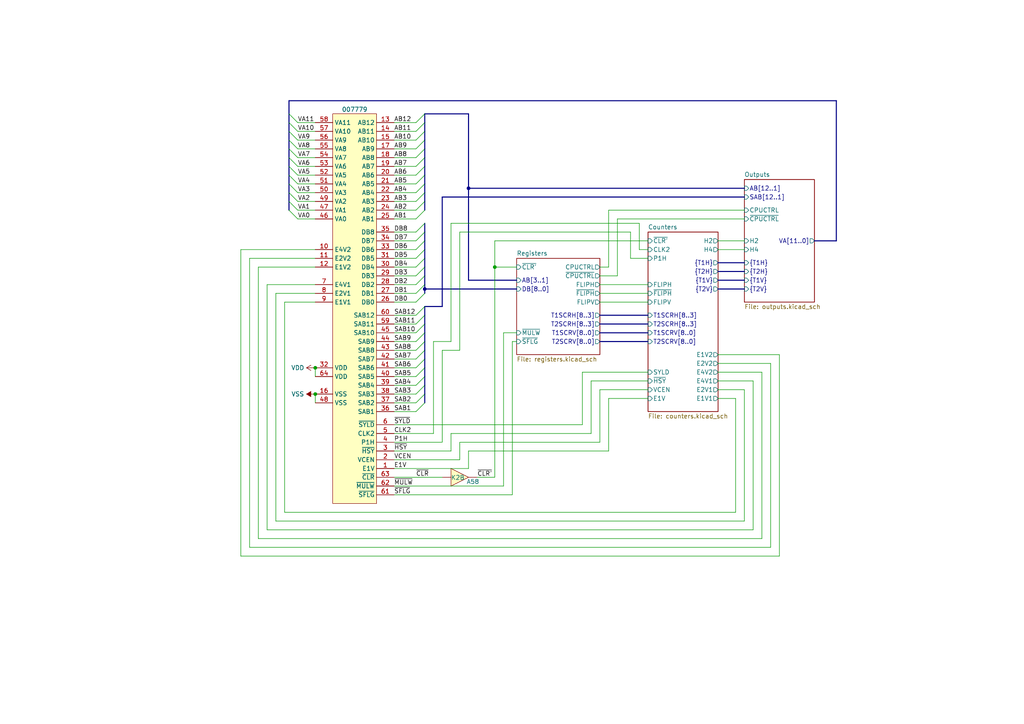
<source format=kicad_sch>
(kicad_sch (version 20231120) (generator "eeschema") (generator_version "8.0")
  (paper "A4")
  (title_block (title "Konami 007779") (date "2023-09-17") (company "Ulf Skutnabba, twitter: @skutis77"))
  (lib_symbols
    (symbol "ga_fujitsu_av:K2B"
      (property "Reference" "U" (at 0 3.81 0))
      (property "Value" "K2B" (at -0.5535 -0.0832 0))
      (symbol "K2B_1_1"
        (polyline (pts (xy -2.54 2.54) (xy -2.54 -2.54) (xy 2.54 0) (xy -2.54 2.54)) (fill (type background)))
        (pin input line (at -5.08 0 0) (length 2.54) (name "") (number ""))
        (pin output line (at 5.08 0 180) (length 2.54) (name "") (number ""))
      )
    )
    (symbol "ga_konami:007779_internal"
      (property "Reference" "U" (at 0 59.69 0))
      (property "Value" "007779" (at 0 57.15 0))
      (symbol "007779_internal_0_1"
        (rectangle (start -6.35 -57.15) (end 6.35 55.88) (fill (type background)))
      )
      (symbol "007779_internal_1_1"
        (pin output line (at 11.43 -46.99 180) (length 5.08) (name "E1V") (number "1"))
        (pin input line (at -11.43 16.51 0) (length 5.08) (name "E4V2") (number "10"))
        (pin input line (at -11.43 13.97 0) (length 5.08) (name "E2V2") (number "11"))
        (pin input line (at -11.43 11.43 0) (length 5.08) (name "E1V2") (number "12"))
        (pin output line (at 11.43 53.34 180) (length 5.08) (name "AB12") (number "13"))
        (pin output line (at 11.43 50.8 180) (length 5.08) (name "AB11") (number "14"))
        (pin output line (at 11.43 48.26 180) (length 5.08) (name "AB10") (number "15"))
        (pin power_out line (at -11.43 -25.4 0) (length 5.08) (name "VSS") (number "16"))
        (pin output line (at 11.43 45.72 180) (length 5.08) (name "AB9") (number "17"))
        (pin output line (at 11.43 43.18 180) (length 5.08) (name "AB8") (number "18"))
        (pin output line (at 11.43 40.64 180) (length 5.08) (name "AB7") (number "19"))
        (pin output line (at 11.43 -44.45 180) (length 5.08) (name "VCEN") (number "2"))
        (pin output line (at 11.43 38.1 180) (length 5.08) (name "AB6") (number "20"))
        (pin output line (at 11.43 35.56 180) (length 5.08) (name "AB5") (number "21"))
        (pin output line (at 11.43 33.02 180) (length 5.08) (name "AB4") (number "22"))
        (pin output line (at 11.43 30.48 180) (length 5.08) (name "AB3") (number "23"))
        (pin output line (at 11.43 27.94 180) (length 5.08) (name "AB2") (number "24"))
        (pin output line (at 11.43 25.4 180) (length 5.08) (name "AB1") (number "25"))
        (pin output line (at 11.43 1.27 180) (length 5.08) (name "DB0") (number "26"))
        (pin output line (at 11.43 3.81 180) (length 5.08) (name "DB1") (number "27"))
        (pin output line (at 11.43 6.35 180) (length 5.08) (name "DB2") (number "28"))
        (pin output line (at 11.43 8.89 180) (length 5.08) (name "DB3") (number "29"))
        (pin output line (at 11.43 -41.91 180) (length 5.08) (name "~{HSY}") (number "3"))
        (pin output line (at 11.43 11.43 180) (length 5.08) (name "DB4") (number "30"))
        (pin output line (at 11.43 13.97 180) (length 5.08) (name "DB5") (number "31"))
        (pin power_out line (at -11.43 -17.78 0) (length 5.08) (name "VDD") (number "32"))
        (pin output line (at 11.43 16.51 180) (length 5.08) (name "DB6") (number "33"))
        (pin output line (at 11.43 19.05 180) (length 5.08) (name "DB7") (number "34"))
        (pin output line (at 11.43 21.59 180) (length 5.08) (name "DB8") (number "35"))
        (pin output line (at 11.43 -30.48 180) (length 5.08) (name "SAB1") (number "36"))
        (pin output line (at 11.43 -27.94 180) (length 5.08) (name "SAB2") (number "37"))
        (pin output line (at 11.43 -25.4 180) (length 5.08) (name "SAB3") (number "38"))
        (pin output line (at 11.43 -22.86 180) (length 5.08) (name "SAB4") (number "39"))
        (pin output line (at 11.43 -39.37 180) (length 5.08) (name "P1H") (number "4"))
        (pin output line (at 11.43 -20.32 180) (length 5.08) (name "SAB5") (number "40"))
        (pin output line (at 11.43 -17.78 180) (length 5.08) (name "SAB6") (number "41"))
        (pin output line (at 11.43 -15.24 180) (length 5.08) (name "SAB7") (number "42"))
        (pin output line (at 11.43 -12.7 180) (length 5.08) (name "SAB8") (number "43"))
        (pin output line (at 11.43 -10.16 180) (length 5.08) (name "SAB9") (number "44"))
        (pin output line (at 11.43 -7.62 180) (length 5.08) (name "SAB10") (number "45"))
        (pin input line (at -11.43 25.4 0) (length 5.08) (name "VA0") (number "46"))
        (pin input line (at -11.43 27.94 0) (length 5.08) (name "VA1") (number "47"))
        (pin power_out line (at -11.43 -27.94 0) (length 5.08) (name "VSS") (number "48"))
        (pin input line (at -11.43 30.48 0) (length 5.08) (name "VA2") (number "49"))
        (pin output line (at 11.43 -36.83 180) (length 5.08) (name "CLK2") (number "5"))
        (pin input line (at -11.43 33.02 0) (length 5.08) (name "VA3") (number "50"))
        (pin input line (at -11.43 35.56 0) (length 5.08) (name "VA4") (number "51"))
        (pin input line (at -11.43 38.1 0) (length 5.08) (name "VA5") (number "52"))
        (pin input line (at -11.43 40.64 0) (length 5.08) (name "VA6") (number "53"))
        (pin input line (at -11.43 43.18 0) (length 5.08) (name "VA7") (number "54"))
        (pin input line (at -11.43 45.72 0) (length 5.08) (name "VA8") (number "55"))
        (pin input line (at -11.43 48.26 0) (length 5.08) (name "VA9") (number "56"))
        (pin input line (at -11.43 50.8 0) (length 5.08) (name "VA10") (number "57"))
        (pin input line (at -11.43 53.34 0) (length 5.08) (name "VA11") (number "58"))
        (pin output line (at 11.43 -5.08 180) (length 5.08) (name "SAB11") (number "59"))
        (pin output line (at 11.43 -34.29 180) (length 5.08) (name "~{SYLD}") (number "6"))
        (pin output line (at 11.43 -2.54 180) (length 5.08) (name "SAB12") (number "60"))
        (pin output line (at 11.43 -54.61 180) (length 5.08) (name "~{SFLG}") (number "61"))
        (pin output line (at 11.43 -52.07 180) (length 5.08) (name "~{MULW}") (number "62"))
        (pin output line (at 11.43 -49.53 180) (length 5.08) (name "~{CLR}") (number "63"))
        (pin power_out line (at -11.43 -20.32 0) (length 5.08) (name "VDD") (number "64"))
        (pin input line (at -11.43 6.35 0) (length 5.08) (name "E4V1") (number "7"))
        (pin input line (at -11.43 3.81 0) (length 5.08) (name "E2V1") (number "8"))
        (pin input line (at -11.43 1.27 0) (length 5.08) (name "E1V1") (number "9"))
      )
    )
    (symbol "power:VDD" (power) (pin_names (offset 0))
      (property "Value" "VDD" (at 0 3.81 0))
      (symbol "VDD_0_1"
        (polyline (pts (xy -0.762 1.27) (xy 0 2.54)))
        (polyline (pts (xy 0 0) (xy 0 2.54)))
        (polyline (pts (xy 0 2.54) (xy 0.762 1.27)))
      )
      (symbol "VDD_1_1"
        (pin power_in line (at 0 0 90) (length 0) hide (name "VDD") (number "1"))
      )
    )
    (symbol "power:VSS" (power) (pin_names (offset 0))
      (property "Value" "VSS" (at 0 3.81 0))
      (symbol "VSS_0_1"
        (polyline (pts (xy 0 0) (xy 0 2.54)))
        (polyline (pts (xy 0.762 1.27) (xy -0.762 1.27) (xy 0 2.54) (xy 0.762 1.27)) (fill (type outline)))
      )
      (symbol "VSS_1_1"
        (pin power_in line (at 0 0 90) (length 0) hide (name "VSS") (number "1"))
      )
    )
  )
  (junction (at 135.89 54.61))
  (junction (at 123.19 83.82))
  (junction (at 91.44 106.68))
  (junction (at 91.44 114.3))
  (junction (at 143.51 77.47))
  (bus_entry (at 120.65 63.5) (size 2.54 -2.54))
  (bus_entry (at 120.65 58.42) (size 2.54 -2.54))
  (bus_entry (at 120.65 35.56) (size 2.54 -2.54))
  (bus_entry (at 120.65 38.1) (size 2.54 -2.54))
  (bus_entry (at 120.65 104.14) (size 2.54 -2.54))
  (bus_entry (at 120.65 87.63) (size 2.54 -2.54))
  (bus_entry (at 120.65 85.09) (size 2.54 -2.54))
  (bus_entry (at 120.65 67.31) (size 2.54 -2.54))
  (bus_entry (at 120.65 80.01) (size 2.54 -2.54))
  (bus_entry (at 120.65 72.39) (size 2.54 -2.54))
  (bus_entry (at 120.65 43.18) (size 2.54 -2.54))
  (bus_entry (at 120.65 74.93) (size 2.54 -2.54))
  (bus_entry (at 83.82 33.02) (size 2.54 2.54))
  (bus_entry (at 83.82 40.64) (size 2.54 2.54))
  (bus_entry (at 120.65 40.64) (size 2.54 -2.54))
  (bus_entry (at 120.65 114.3) (size 2.54 -2.54))
  (bus_entry (at 120.65 91.44) (size 2.54 -2.54))
  (bus_entry (at 120.65 109.22) (size 2.54 -2.54))
  (bus_entry (at 83.82 58.42) (size 2.54 2.54))
  (bus_entry (at 120.65 53.34) (size 2.54 -2.54))
  (bus_entry (at 83.82 50.8) (size 2.54 2.54))
  (bus_entry (at 120.65 111.76) (size 2.54 -2.54))
  (bus_entry (at 120.65 77.47) (size 2.54 -2.54))
  (bus_entry (at 83.82 60.96) (size 2.54 2.54))
  (bus_entry (at 120.65 69.85) (size 2.54 -2.54))
  (bus_entry (at 120.65 93.98) (size 2.54 -2.54))
  (bus_entry (at 120.65 45.72) (size 2.54 -2.54))
  (bus_entry (at 83.82 38.1) (size 2.54 2.54))
  (bus_entry (at 120.65 50.8) (size 2.54 -2.54))
  (bus_entry (at 120.65 101.6) (size 2.54 -2.54))
  (bus_entry (at 83.82 45.72) (size 2.54 2.54))
  (bus_entry (at 83.82 43.18) (size 2.54 2.54))
  (bus_entry (at 120.65 55.88) (size 2.54 -2.54))
  (bus_entry (at 120.65 116.84) (size 2.54 -2.54))
  (bus_entry (at 120.65 99.06) (size 2.54 -2.54))
  (bus_entry (at 120.65 48.26) (size 2.54 -2.54))
  (bus_entry (at 83.82 53.34) (size 2.54 2.54))
  (bus_entry (at 120.65 106.68) (size 2.54 -2.54))
  (bus_entry (at 120.65 82.55) (size 2.54 -2.54))
  (bus_entry (at 120.65 60.96) (size 2.54 -2.54))
  (bus_entry (at 120.65 96.52) (size 2.54 -2.54))
  (bus_entry (at 83.82 48.26) (size 2.54 2.54))
  (bus_entry (at 83.82 35.56) (size 2.54 2.54))
  (bus_entry (at 120.65 119.38) (size 2.54 -2.54))
  (bus_entry (at 83.82 55.88) (size 2.54 2.54))
  (wire (pts (xy 182.88 74.93) (xy 182.88 67.31)))
  (wire (pts (xy 82.55 148.59) (xy 82.55 87.63)))
  (wire (pts (xy 77.47 82.55) (xy 91.44 82.55)))
  (bus (pts (xy 83.82 38.1) (xy 83.82 35.56)))
  (wire (pts (xy 114.3 87.63) (xy 120.65 87.63)))
  (wire (pts (xy 220.98 156.21) (xy 74.93 156.21)))
  (bus (pts (xy 173.99 96.52) (xy 187.96 96.52)))
  (wire (pts (xy 173.99 77.47) (xy 176.53 77.47)))
  (wire (pts (xy 114.3 77.47) (xy 120.65 77.47)))
  (wire (pts (xy 208.28 107.95) (xy 220.98 107.95)))
  (bus (pts (xy 83.82 48.26) (xy 83.82 45.72)))
  (wire (pts (xy 146.05 96.52) (xy 149.86 96.52)))
  (wire (pts (xy 114.3 55.88) (xy 120.65 55.88)))
  (wire (pts (xy 114.3 99.06) (xy 120.65 99.06)))
  (bus (pts (xy 123.19 55.88) (xy 123.19 53.34)))
  (wire (pts (xy 185.42 72.39) (xy 187.96 72.39)))
  (wire (pts (xy 208.28 72.39) (xy 215.9 72.39)))
  (wire (pts (xy 176.53 60.96) (xy 215.9 60.96)))
  (wire (pts (xy 74.93 77.47) (xy 91.44 77.47)))
  (wire (pts (xy 185.42 64.77) (xy 185.42 72.39)))
  (wire (pts (xy 143.51 77.47) (xy 149.86 77.47)))
  (wire (pts (xy 114.3 43.18) (xy 120.65 43.18)))
  (wire (pts (xy 114.3 67.31) (xy 120.65 67.31)))
  (bus (pts (xy 123.19 80.01) (xy 123.19 82.55)))
  (bus (pts (xy 83.82 58.42) (xy 83.82 55.88)))
  (bus (pts (xy 123.19 106.68) (xy 123.19 104.14)))
  (bus (pts (xy 149.86 81.28) (xy 135.89 81.28)))
  (bus (pts (xy 123.19 50.8) (xy 123.19 48.26)))
  (wire (pts (xy 69.85 72.39) (xy 91.44 72.39)))
  (wire (pts (xy 114.3 140.97) (xy 146.05 140.97)))
  (bus (pts (xy 123.19 82.55) (xy 123.19 83.82)))
  (wire (pts (xy 86.36 43.18) (xy 91.44 43.18)))
  (bus (pts (xy 123.19 83.82) (xy 123.19 85.09)))
  (wire (pts (xy 86.36 48.26) (xy 91.44 48.26)))
  (wire (pts (xy 176.53 115.57) (xy 187.96 115.57)))
  (wire (pts (xy 182.88 67.31) (xy 133.35 67.31)))
  (bus (pts (xy 123.19 38.1) (xy 123.19 35.56)))
  (bus (pts (xy 208.28 78.74) (xy 215.9 78.74)))
  (wire (pts (xy 114.3 50.8) (xy 120.65 50.8)))
  (wire (pts (xy 138.43 138.43) (xy 143.51 138.43)))
  (wire (pts (xy 86.36 50.8) (xy 91.44 50.8)))
  (wire (pts (xy 114.3 135.89) (xy 135.89 135.89)))
  (wire (pts (xy 114.3 114.3) (xy 120.65 114.3)))
  (wire (pts (xy 114.3 133.35) (xy 133.35 133.35)))
  (wire (pts (xy 114.3 53.34) (xy 120.65 53.34)))
  (bus (pts (xy 208.28 83.82) (xy 215.9 83.82)))
  (wire (pts (xy 130.81 99.06) (xy 130.81 64.77)))
  (wire (pts (xy 179.07 63.5) (xy 215.9 63.5)))
  (wire (pts (xy 133.35 67.31) (xy 133.35 101.6)))
  (bus (pts (xy 123.19 114.3) (xy 123.19 111.76)))
  (wire (pts (xy 133.35 133.35) (xy 133.35 128.27)))
  (bus (pts (xy 135.89 81.28) (xy 135.89 54.61)))
  (bus (pts (xy 83.82 43.18) (xy 83.82 40.64)))
  (bus (pts (xy 83.82 45.72) (xy 83.82 43.18)))
  (wire (pts (xy 213.36 115.57) (xy 213.36 148.59)))
  (bus (pts (xy 208.28 76.2) (xy 215.9 76.2)))
  (wire (pts (xy 114.3 74.93) (xy 120.65 74.93)))
  (bus (pts (xy 173.99 91.44) (xy 187.96 91.44)))
  (wire (pts (xy 146.05 140.97) (xy 146.05 96.52)))
  (wire (pts (xy 82.55 87.63) (xy 91.44 87.63)))
  (wire (pts (xy 143.51 138.43) (xy 143.51 77.47)))
  (wire (pts (xy 77.47 153.67) (xy 77.47 82.55)))
  (wire (pts (xy 114.3 91.44) (xy 120.65 91.44)))
  (bus (pts (xy 128.27 88.9) (xy 128.27 57.15)))
  (wire (pts (xy 114.3 48.26) (xy 120.65 48.26)))
  (wire (pts (xy 226.06 102.87) (xy 226.06 161.29)))
  (wire (pts (xy 173.99 82.55) (xy 187.96 82.55)))
  (wire (pts (xy 114.3 104.14) (xy 120.65 104.14)))
  (wire (pts (xy 72.39 74.93) (xy 91.44 74.93)))
  (bus (pts (xy 83.82 50.8) (xy 83.82 48.26)))
  (wire (pts (xy 114.3 143.51) (xy 148.59 143.51)))
  (wire (pts (xy 114.3 58.42) (xy 120.65 58.42)))
  (wire (pts (xy 125.73 125.73) (xy 125.73 99.06)))
  (wire (pts (xy 114.3 93.98) (xy 120.65 93.98)))
  (wire (pts (xy 128.27 128.27) (xy 114.3 128.27)))
  (wire (pts (xy 114.3 35.56) (xy 120.65 35.56)))
  (bus (pts (xy 123.19 69.85) (xy 123.19 72.39)))
  (wire (pts (xy 114.3 130.81) (xy 130.81 130.81)))
  (bus (pts (xy 123.19 77.47) (xy 123.19 80.01)))
  (bus (pts (xy 123.19 101.6) (xy 123.19 99.06)))
  (wire (pts (xy 114.3 123.19) (xy 168.91 123.19)))
  (wire (pts (xy 143.51 77.47) (xy 143.51 69.85)))
  (wire (pts (xy 86.36 60.96) (xy 91.44 60.96)))
  (wire (pts (xy 86.36 38.1) (xy 91.44 38.1)))
  (wire (pts (xy 220.98 107.95) (xy 220.98 156.21)))
  (bus (pts (xy 123.19 48.26) (xy 123.19 45.72)))
  (bus (pts (xy 123.19 116.84) (xy 123.19 114.3)))
  (bus (pts (xy 123.19 104.14) (xy 123.19 101.6)))
  (bus (pts (xy 123.19 83.82) (xy 149.86 83.82)))
  (wire (pts (xy 208.28 105.41) (xy 223.52 105.41)))
  (bus (pts (xy 242.57 29.21) (xy 242.57 69.85)))
  (bus (pts (xy 173.99 93.98) (xy 187.96 93.98)))
  (wire (pts (xy 86.36 55.88) (xy 91.44 55.88)))
  (bus (pts (xy 135.89 54.61) (xy 215.9 54.61)))
  (wire (pts (xy 215.9 151.13) (xy 80.01 151.13)))
  (wire (pts (xy 148.59 143.51) (xy 148.59 99.06)))
  (wire (pts (xy 114.3 116.84) (xy 120.65 116.84)))
  (bus (pts (xy 242.57 69.85) (xy 236.22 69.85)))
  (wire (pts (xy 171.45 110.49) (xy 187.96 110.49)))
  (bus (pts (xy 83.82 33.02) (xy 83.82 29.21)))
  (wire (pts (xy 86.36 58.42) (xy 91.44 58.42)))
  (wire (pts (xy 187.96 74.93) (xy 182.88 74.93)))
  (bus (pts (xy 83.82 29.21) (xy 242.57 29.21)))
  (wire (pts (xy 143.51 69.85) (xy 187.96 69.85)))
  (wire (pts (xy 91.44 106.68) (xy 91.44 109.22)))
  (bus (pts (xy 123.19 45.72) (xy 123.19 43.18)))
  (wire (pts (xy 86.36 35.56) (xy 91.44 35.56)))
  (wire (pts (xy 168.91 123.19) (xy 168.91 107.95)))
  (wire (pts (xy 218.44 110.49) (xy 218.44 153.67)))
  (wire (pts (xy 114.3 80.01) (xy 120.65 80.01)))
  (bus (pts (xy 123.19 58.42) (xy 123.19 55.88)))
  (bus (pts (xy 123.19 91.44) (xy 123.19 88.9)))
  (bus (pts (xy 123.19 43.18) (xy 123.19 40.64)))
  (wire (pts (xy 176.53 130.81) (xy 176.53 115.57)))
  (wire (pts (xy 128.27 138.43) (xy 114.3 138.43)))
  (wire (pts (xy 86.36 53.34) (xy 91.44 53.34)))
  (wire (pts (xy 114.3 109.22) (xy 120.65 109.22)))
  (wire (pts (xy 114.3 38.1) (xy 120.65 38.1)))
  (bus (pts (xy 123.19 93.98) (xy 123.19 91.44)))
  (bus (pts (xy 83.82 60.96) (xy 83.82 58.42)))
  (wire (pts (xy 114.3 60.96) (xy 120.65 60.96)))
  (bus (pts (xy 123.19 53.34) (xy 123.19 50.8)))
  (wire (pts (xy 133.35 128.27) (xy 173.99 128.27)))
  (wire (pts (xy 128.27 128.27) (xy 128.27 101.6)))
  (wire (pts (xy 208.28 115.57) (xy 213.36 115.57)))
  (wire (pts (xy 173.99 87.63) (xy 187.96 87.63)))
  (bus (pts (xy 123.19 99.06) (xy 123.19 96.52)))
  (bus (pts (xy 123.19 111.76) (xy 123.19 109.22)))
  (wire (pts (xy 114.3 96.52) (xy 120.65 96.52)))
  (bus (pts (xy 123.19 74.93) (xy 123.19 77.47)))
  (wire (pts (xy 208.28 110.49) (xy 218.44 110.49)))
  (wire (pts (xy 114.3 40.64) (xy 120.65 40.64)))
  (bus (pts (xy 123.19 40.64) (xy 123.19 38.1)))
  (wire (pts (xy 114.3 63.5) (xy 120.65 63.5)))
  (wire (pts (xy 208.28 69.85) (xy 215.9 69.85)))
  (bus (pts (xy 135.89 33.02) (xy 135.89 54.61)))
  (wire (pts (xy 114.3 82.55) (xy 120.65 82.55)))
  (bus (pts (xy 123.19 64.77) (xy 123.19 67.31)))
  (wire (pts (xy 208.28 113.03) (xy 215.9 113.03)))
  (bus (pts (xy 83.82 55.88) (xy 83.82 53.34)))
  (wire (pts (xy 208.28 102.87) (xy 226.06 102.87)))
  (bus (pts (xy 123.19 35.56) (xy 123.19 33.02)))
  (wire (pts (xy 114.3 45.72) (xy 120.65 45.72)))
  (bus (pts (xy 123.19 60.96) (xy 123.19 58.42)))
  (wire (pts (xy 171.45 125.73) (xy 171.45 110.49)))
  (bus (pts (xy 123.19 88.9) (xy 128.27 88.9)))
  (bus (pts (xy 83.82 35.56) (xy 83.82 33.02)))
  (bus (pts (xy 208.28 81.28) (xy 215.9 81.28)))
  (wire (pts (xy 226.06 161.29) (xy 69.85 161.29)))
  (wire (pts (xy 130.81 125.73) (xy 171.45 125.73)))
  (wire (pts (xy 86.36 63.5) (xy 91.44 63.5)))
  (wire (pts (xy 173.99 80.01) (xy 179.07 80.01)))
  (bus (pts (xy 128.27 57.15) (xy 215.9 57.15)))
  (wire (pts (xy 173.99 128.27) (xy 173.99 113.03)))
  (wire (pts (xy 86.36 40.64) (xy 91.44 40.64)))
  (wire (pts (xy 176.53 77.47) (xy 176.53 60.96)))
  (wire (pts (xy 213.36 148.59) (xy 82.55 148.59)))
  (wire (pts (xy 130.81 64.77) (xy 185.42 64.77)))
  (wire (pts (xy 91.44 114.3) (xy 91.44 116.84)))
  (bus (pts (xy 83.82 53.34) (xy 83.82 50.8)))
  (wire (pts (xy 72.39 158.75) (xy 72.39 74.93)))
  (wire (pts (xy 128.27 101.6) (xy 133.35 101.6)))
  (wire (pts (xy 179.07 80.01) (xy 179.07 63.5)))
  (wire (pts (xy 168.91 107.95) (xy 187.96 107.95)))
  (wire (pts (xy 114.3 69.85) (xy 120.65 69.85)))
  (wire (pts (xy 130.81 130.81) (xy 130.81 125.73)))
  (wire (pts (xy 173.99 85.09) (xy 187.96 85.09)))
  (wire (pts (xy 125.73 99.06) (xy 130.81 99.06)))
  (bus (pts (xy 123.19 33.02) (xy 135.89 33.02)))
  (bus (pts (xy 173.99 99.06) (xy 187.96 99.06)))
  (wire (pts (xy 114.3 111.76) (xy 120.65 111.76)))
  (wire (pts (xy 114.3 119.38) (xy 120.65 119.38)))
  (wire (pts (xy 135.89 135.89) (xy 135.89 130.81)))
  (wire (pts (xy 218.44 153.67) (xy 77.47 153.67)))
  (wire (pts (xy 114.3 125.73) (xy 125.73 125.73)))
  (wire (pts (xy 114.3 85.09) (xy 120.65 85.09)))
  (wire (pts (xy 69.85 161.29) (xy 69.85 72.39)))
  (wire (pts (xy 80.01 151.13) (xy 80.01 85.09)))
  (wire (pts (xy 114.3 101.6) (xy 120.65 101.6)))
  (bus (pts (xy 123.19 109.22) (xy 123.19 106.68)))
  (wire (pts (xy 223.52 158.75) (xy 72.39 158.75)))
  (wire (pts (xy 114.3 72.39) (xy 120.65 72.39)))
  (bus (pts (xy 123.19 96.52) (xy 123.19 93.98)))
  (wire (pts (xy 223.52 105.41) (xy 223.52 158.75)))
  (bus (pts (xy 123.19 72.39) (xy 123.19 74.93)))
  (wire (pts (xy 86.36 45.72) (xy 91.44 45.72)))
  (bus (pts (xy 83.82 40.64) (xy 83.82 38.1)))
  (bus (pts (xy 123.19 67.31) (xy 123.19 69.85)))
  (wire (pts (xy 215.9 113.03) (xy 215.9 151.13)))
  (wire (pts (xy 135.89 130.81) (xy 176.53 130.81)))
  (wire (pts (xy 148.59 99.06) (xy 149.86 99.06)))
  (wire (pts (xy 74.93 156.21) (xy 74.93 77.47)))
  (wire (pts (xy 173.99 113.03) (xy 187.96 113.03)))
  (wire (pts (xy 80.01 85.09) (xy 91.44 85.09)))
  (wire (pts (xy 114.3 106.68) (xy 120.65 106.68)))
  (label "SAB4" (at 114.3 111.76 0))
  (label "~{HSY}" (at 114.3 130.81 0))
  (label "VA3" (at 86.36 55.88 0))
  (label "AB4" (at 114.3 55.88 0))
  (label "DB0" (at 114.3 87.63 0))
  (label "VA10" (at 86.36 38.1 0))
  (label "SAB10" (at 114.3 96.52 0))
  (label "DB3" (at 114.3 80.01 0))
  (label "~{SFLG}" (at 114.3 143.51 0))
  (label "AB11" (at 114.3 38.1 0))
  (label "AB8" (at 114.3 45.72 0))
  (label "VCEN" (at 114.3 133.35 0))
  (label "~{CLR}" (at 120.65 138.43 0))
  (label "VA1" (at 86.36 60.96 0))
  (label "VA7" (at 86.36 45.72 0))
  (label "AB6" (at 114.3 50.8 0))
  (label "SAB5" (at 114.3 109.22 0))
  (label "~{MULW}" (at 114.3 140.97 0))
  (label "DB5" (at 114.3 74.93 0))
  (label "SAB1" (at 114.3 119.38 0))
  (label "AB1" (at 114.3 63.5 0))
  (label "DB1" (at 114.3 85.09 0))
  (label "VA2" (at 86.36 58.42 0))
  (label "SAB11" (at 114.3 93.98 0))
  (label "AB3" (at 114.3 58.42 0))
  (label "DB7" (at 114.3 69.85 0))
  (label "AB7" (at 114.3 48.26 0))
  (label "CLK2" (at 114.3 125.73 0))
  (label "SAB8" (at 114.3 101.6 0))
  (label "DB4" (at 114.3 77.47 0))
  (label "E1V" (at 114.3 135.89 0))
  (label "VA9" (at 86.36 40.64 0))
  (label "VA4" (at 86.36 53.34 0))
  (label "AB5" (at 114.3 53.34 0))
  (label "AB2" (at 114.3 60.96 0))
  (label "P1H" (at 114.3 128.27 0))
  (label "~{CLR'}" (at 138.43 138.43 0))
  (label "SAB7" (at 114.3 104.14 0))
  (label "SAB12" (at 114.3 91.44 0))
  (label "SAB9" (at 114.3 99.06 0))
  (label "DB8" (at 114.3 67.31 0))
  (label "DB2" (at 114.3 82.55 0))
  (label "AB10" (at 114.3 40.64 0))
  (label "VA6" (at 86.36 48.26 0))
  (label "VA8" (at 86.36 43.18 0))
  (label "VA5" (at 86.36 50.8 0))
  (label "AB12" (at 114.3 35.56 0))
  (label "DB6" (at 114.3 72.39 0))
  (label "VA0" (at 86.36 63.5 0))
  (label "SAB3" (at 114.3 114.3 0))
  (label "~{SYLD}" (at 114.3 123.19 0))
  (label "AB9" (at 114.3 43.18 0))
  (label "VA11" (at 86.36 35.56 0))
  (label "SAB2" (at 114.3 116.84 0))
  (label "SAB6" (at 114.3 106.68 0))
  (symbol (lib_id "power:VSS") (at 91.44 114.3 90) (unit 1)
    (property "Reference" "#PWR015" (effects (hide yes)))
    (property "Value" "VSS" (at 86.36 114.3 90))
  )
  (symbol (lib_id "ga_fujitsu_av:K2B") (at 133.35 138.43 0) (unit 1)
    (property "Reference" "A58" (at 137.16 139.7 0))
    (property "Value" "K2B" (at 132.7965 138.5132 0))
  )
  (symbol (lib_id "power:VDD") (at 91.44 106.68 90) (unit 1)
    (property "Reference" "#PWR014" (effects (hide yes)))
    (property "Value" "VDD" (at 86.36 106.68 90))
  )
  (symbol (lib_id "ga_konami:007779_internal") (at 102.87 88.9 0) (unit 1)
    (property "Reference" "U1" (effects (hide yes)))
    (property "Value" "007779" (at 102.87 31.75 0))
  )
  (sheet (at 215.9 52.07) (size 20.32 35.56) (stroke (width 0.1524))
    (property "Sheetname" "Outputs" (at 215.9 51.3584 0) (effects (justify left bottom)))
    (property "Sheetfile" "outputs.kicad_sch" (at 215.9 88.2146 0) (effects (justify left top)))
    (pin "VA[11..0]" output (at 236.22 69.85 0))
    (pin "~{CPUCTRL}" input (at 215.9 63.5 180))
    (pin "H4" input (at 215.9 72.39 180))
    (pin "CPUCTRL" input (at 215.9 60.96 180))
    (pin "AB[12..1]" input (at 215.9 54.61 180))
    (pin "H2" input (at 215.9 69.85 180))
    (pin "SAB[12..1]" input (at 215.9 57.15 180))
    (pin "{T2H}" input (at 215.9 78.74 180))
    (pin "{T2V}" input (at 215.9 83.82 180))
    (pin "{T1H}" input (at 215.9 76.2 180))
    (pin "{T1V}" input (at 215.9 81.28 180))
  )
  (sheet (at 187.96 67.31) (size 20.32 52.07) (stroke (width 0.1524))
    (property "Sheetname" "Counters" (at 187.96 66.5984 0) (effects (justify left bottom)))
    (property "Sheetfile" "counters.kicad_sch" (at 187.96 119.9646 0) (effects (justify left top)))
    (pin "P1H" input (at 187.96 74.93 180))
    (pin "CLK2" input (at 187.96 72.39 180))
    (pin "H4" output (at 208.28 72.39 0))
    (pin "FLIPH" input (at 187.96 82.55 180))
    (pin "H2" output (at 208.28 69.85 0))
    (pin "~{CLR'}" input (at 187.96 69.85 180))
    (pin "T1SCRH[8..3]" input (at 187.96 91.44 180))
    (pin "~{FLIPH}" input (at 187.96 85.09 180))
    (pin "E1V1" output (at 208.28 115.57 0))
    (pin "E2V1" output (at 208.28 113.03 0))
    (pin "E4V1" output (at 208.28 110.49 0))
    (pin "T2SCRV[8..0]" input (at 187.96 99.06 180))
    (pin "T1SCRV[8..0]" input (at 187.96 96.52 180))
    (pin "E2V2" output (at 208.28 105.41 0))
    (pin "E1V2" output (at 208.28 102.87 0))
    (pin "E4V2" output (at 208.28 107.95 0))
    (pin "T2SCRH[8..3]" input (at 187.96 93.98 180))
    (pin "FLIPV" input (at 187.96 87.63 180))
    (pin "SYLD" input (at 187.96 107.95 180))
    (pin "VCEN" input (at 187.96 113.03 180))
    (pin "E1V" input (at 187.96 115.57 180))
    (pin "~{HSY}" input (at 187.96 110.49 180))
    (pin "{T2H}" output (at 208.28 78.74 0))
    (pin "{T1V}" output (at 208.28 81.28 0))
    (pin "{T2V}" output (at 208.28 83.82 0))
    (pin "{T1H}" output (at 208.28 76.2 0))
  )
  (sheet (at 149.86 74.93) (size 24.13 27.94) (stroke (width 0.1524))
    (property "Sheetname" "Registers" (at 149.86 74.2184 0) (effects (justify left bottom)))
    (property "Sheetfile" "registers.kicad_sch" (at 149.86 103.4546 0) (effects (justify left top)))
    (pin "~{CLR'}" input (at 149.86 77.47 180))
    (pin "FLIPV" output (at 173.99 87.63 0))
    (pin "~{FLIPH}" output (at 173.99 85.09 0))
    (pin "FLIPH" output (at 173.99 82.55 0))
    (pin "AB[3..1]" input (at 149.86 81.28 180))
    (pin "~{MULW}" input (at 149.86 96.52 180))
    (pin "~{SFLG}" input (at 149.86 99.06 180))
    (pin "DB[8..0]" input (at 149.86 83.82 180))
    (pin "T1SCRH[8..3]" output (at 173.99 91.44 0))
    (pin "T1SCRV[8..0]" output (at 173.99 96.52 0))
    (pin "T2SCRV[8..0]" output (at 173.99 99.06 0))
    (pin "T2SCRH[8..3]" output (at 173.99 93.98 0))
    (pin "~{CPUCTRL}" output (at 173.99 80.01 0))
    (pin "CPUCTRL" output (at 173.99 77.47 0))
  )
)
</source>
